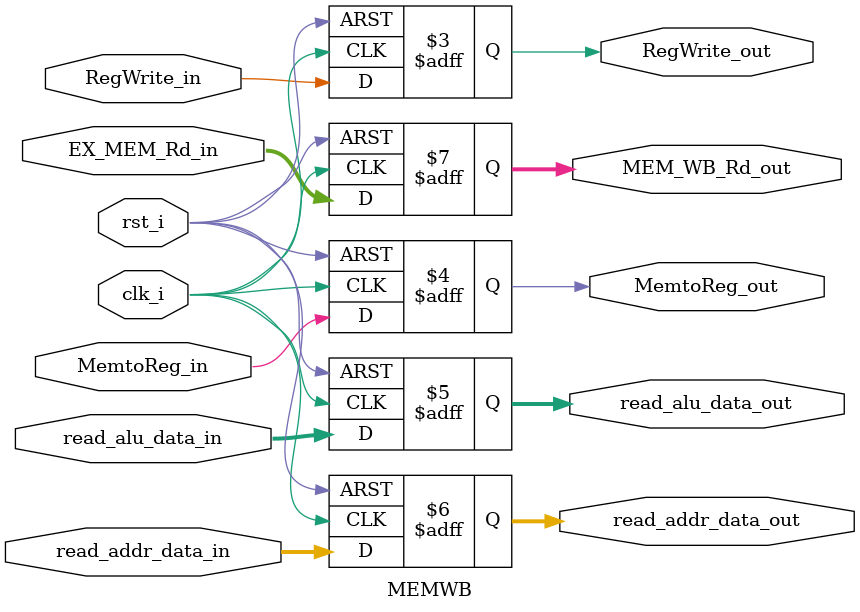
<source format=v>
module MEMWB
(
    RegWrite_in, 
    MemtoReg_in, 
    RegWrite_out, 
    MemtoReg_out, 
    read_alu_data_in, 
    read_addr_data_in, 
    read_alu_data_out, 
    read_addr_data_out, 
    EX_MEM_Rd_in, 
    MEM_WB_Rd_out, 
    clk_i, 
    rst_i
);
	// WB control signal
	input RegWrite_in, MemtoReg_in;
	output RegWrite_out, MemtoReg_out;
	// data content
	input [31:0] read_alu_data_in, read_addr_data_in;
	output [31:0] read_alu_data_out, read_addr_data_out;
	input [4:0] EX_MEM_Rd_in;
	output [4:0] MEM_WB_Rd_out;
	// general signal
	// reset: async; set all register content to 0
	input clk_i, rst_i;
	
	reg RegWrite_out, MemtoReg_out;
	reg [31:0] read_alu_data_out, read_addr_data_out;
	reg [4:0] MEM_WB_Rd_out;
	
	always @(posedge clk_i or posedge rst_i)
	begin
		if (rst_i == 1'b1)
		begin
			RegWrite_out <= 1'b0;
			MemtoReg_out <= 1'b0;
			read_alu_data_out <= 32'b0;
			read_addr_data_out <= 32'b0;
			MEM_WB_Rd_out <= 5'b0;
		end
		else begin
			RegWrite_out <= RegWrite_in;
			MemtoReg_out <= MemtoReg_in;
			read_alu_data_out <= read_alu_data_in;
		    read_addr_data_out <= read_addr_data_in;
			MEM_WB_Rd_out <= EX_MEM_Rd_in;
		end
		
	end
	
endmodule

</source>
